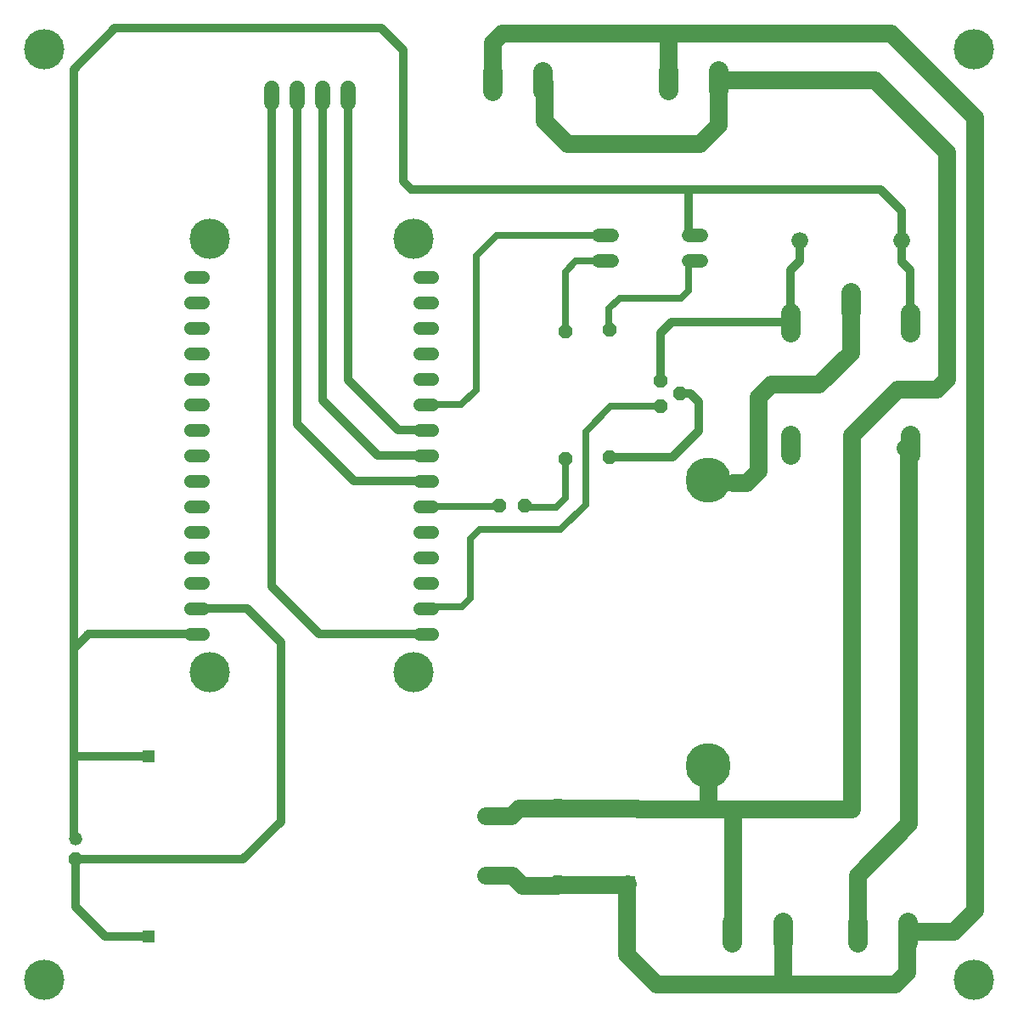
<source format=gbr>
G04 EAGLE Gerber RS-274X export*
G75*
%MOMM*%
%FSLAX34Y34*%
%LPD*%
%INBottom Copper*%
%IPPOS*%
%AMOC8*
5,1,8,0,0,1.08239X$1,22.5*%
G01*
%ADD10P,1.429621X8X292.500000*%
%ADD11C,1.676400*%
%ADD12C,1.320800*%
%ADD13C,1.308000*%
%ADD14C,4.016000*%
%ADD15C,1.508000*%
%ADD16C,1.981200*%
%ADD17P,1.429621X8X112.500000*%
%ADD18P,1.429621X8X202.500000*%
%ADD19R,1.308000X1.308000*%
%ADD20R,1.600000X1.600000*%
%ADD21C,1.600000*%
%ADD22P,2.061953X8X112.500000*%
%ADD23C,1.320800*%
%ADD24C,0.812800*%
%ADD25C,0.700000*%
%ADD26C,1.800000*%
%ADD27C,4.500000*%


D10*
X652960Y608844D03*
X672010Y621544D03*
X652960Y634244D03*
D11*
X791002Y773944D03*
X892602Y773944D03*
D12*
X603877Y779257D02*
X590669Y779257D01*
X590669Y753857D02*
X603877Y753857D01*
X680077Y753857D02*
X693285Y753857D01*
X693285Y779257D02*
X680077Y779257D01*
D10*
X602160Y685044D03*
X602160Y558044D03*
D13*
X196470Y381979D02*
X183390Y381979D01*
X183390Y407379D02*
X196470Y407379D01*
X196470Y432779D02*
X183390Y432779D01*
X183390Y458179D02*
X196470Y458179D01*
X196470Y483579D02*
X183390Y483579D01*
X183390Y508979D02*
X196470Y508979D01*
X196470Y534379D02*
X183390Y534379D01*
X183390Y559779D02*
X196470Y559779D01*
X196470Y585179D02*
X183390Y585179D01*
X183390Y610579D02*
X196470Y610579D01*
X196470Y635979D02*
X183390Y635979D01*
X183390Y661379D02*
X196470Y661379D01*
X196470Y686779D02*
X183390Y686779D01*
X183390Y712179D02*
X196470Y712179D01*
X196470Y737579D02*
X183390Y737579D01*
X411990Y381979D02*
X425070Y381979D01*
X425070Y407379D02*
X411990Y407379D01*
X411990Y432779D02*
X425070Y432779D01*
X425070Y458179D02*
X411990Y458179D01*
X411990Y483579D02*
X425070Y483579D01*
X425070Y508979D02*
X411990Y508979D01*
X411990Y534379D02*
X425070Y534379D01*
X425070Y559779D02*
X411990Y559779D01*
X411990Y585179D02*
X425070Y585179D01*
X425070Y610579D02*
X411990Y610579D01*
X411990Y635979D02*
X425070Y635979D01*
X425070Y661379D02*
X411990Y661379D01*
X411990Y686779D02*
X425070Y686779D01*
X425070Y712179D02*
X411990Y712179D01*
X411990Y737579D02*
X425070Y737579D01*
D14*
X202630Y343879D03*
X405830Y343879D03*
X405830Y775679D03*
X202630Y775679D03*
D15*
X340693Y911086D02*
X340693Y926166D01*
X315293Y926166D02*
X315293Y911086D01*
X289893Y911086D02*
X289893Y926166D01*
X264493Y926166D02*
X264493Y911086D01*
D16*
X774228Y95208D02*
X774228Y75396D01*
X723936Y75396D02*
X723936Y95208D01*
X484872Y923431D02*
X484872Y943243D01*
X535164Y943243D02*
X535164Y923431D01*
X659862Y924207D02*
X659862Y944019D01*
X710154Y944019D02*
X710154Y924207D01*
X898950Y95038D02*
X898950Y75226D01*
X848658Y75226D02*
X848658Y95038D01*
D17*
X557301Y557001D03*
X557301Y684001D03*
D18*
X517090Y510050D03*
X491690Y510050D03*
D16*
X841802Y703292D02*
X841802Y723104D01*
X782112Y702784D02*
X782112Y682972D01*
X901492Y682972D02*
X901492Y702784D01*
X901492Y580864D02*
X901492Y561052D01*
X782112Y561052D02*
X782112Y580864D01*
D19*
X477856Y200803D03*
X477856Y141803D03*
X141856Y80803D03*
X141856Y260803D03*
D20*
X619442Y133003D03*
D21*
X629442Y208003D03*
D22*
X549995Y132403D03*
X549995Y208603D03*
D10*
X69510Y157722D03*
D23*
X69510Y178042D03*
D24*
X672010Y621544D02*
X682259Y621544D01*
X690438Y613365D01*
X690438Y584346D01*
X602359Y558243D02*
X602160Y558044D01*
X664335Y558243D02*
X690438Y584346D01*
X664335Y558243D02*
X602359Y558243D01*
X141856Y80803D02*
X99062Y80803D01*
X69510Y110355D02*
X69510Y157722D01*
X69510Y110355D02*
X99062Y80803D01*
X69510Y157722D02*
X236279Y157722D01*
X273725Y195168D01*
X240490Y407379D02*
X189930Y407379D01*
X273725Y374144D02*
X273725Y195168D01*
X273725Y374144D02*
X240490Y407379D01*
X390730Y585179D02*
X418530Y585179D01*
X340693Y635216D02*
X340693Y918626D01*
X340693Y635216D02*
X390730Y585179D01*
X791002Y753925D02*
X791002Y773944D01*
X782112Y745035D02*
X782112Y692878D01*
X782112Y745035D02*
X791002Y753925D01*
X652960Y682158D02*
X652960Y634244D01*
X663680Y692878D02*
X782112Y692878D01*
X663680Y692878D02*
X652960Y682158D01*
X418530Y559779D02*
X370985Y559779D01*
X315293Y615471D02*
X315293Y918626D01*
X315293Y615471D02*
X370985Y559779D01*
X346615Y534379D02*
X418530Y534379D01*
X289893Y591101D02*
X289893Y918626D01*
X289893Y591101D02*
X346615Y534379D01*
X892602Y753288D02*
X892602Y773944D01*
X901492Y744398D02*
X901492Y692878D01*
X901492Y744398D02*
X892602Y753288D01*
X189930Y381979D02*
X82289Y381979D01*
X67482Y367172D01*
X70037Y260803D02*
X141856Y260803D01*
X70037Y260803D02*
X67482Y258248D01*
X67482Y180071D01*
X69510Y178042D01*
X67482Y258248D02*
X67482Y367172D01*
X67482Y944931D01*
X108327Y985776D02*
X373673Y985776D01*
X395654Y963795D01*
X395654Y833477D01*
X403786Y825345D01*
X108327Y985776D02*
X67482Y944931D01*
X892602Y804279D02*
X892602Y773944D01*
X892602Y804279D02*
X871536Y825345D01*
X678859Y825345D01*
X403786Y825345D01*
X678859Y825345D02*
X680077Y824127D01*
X680077Y779257D01*
D25*
X420282Y409131D02*
X418530Y407379D01*
X527838Y486257D02*
X534508Y486257D01*
X552659Y486257D01*
X577656Y511255D01*
X577656Y584172D01*
X602329Y608844D01*
X652960Y608844D01*
X527838Y486257D02*
X472296Y486257D01*
X462989Y476950D02*
X462989Y417707D01*
X454413Y409131D01*
X462989Y476950D02*
X472296Y486257D01*
X454413Y409131D02*
X420282Y409131D01*
D14*
X38100Y965200D03*
X965200Y965200D03*
X965200Y38100D03*
X38100Y38100D03*
D26*
X549995Y132403D02*
X618842Y132403D01*
X619442Y133003D01*
X504615Y141803D02*
X477856Y141803D01*
X504615Y141803D02*
X514864Y131554D01*
X549146Y131554D01*
X549995Y132403D01*
X484872Y933337D02*
X484872Y971506D01*
X494206Y980840D01*
X653841Y980840D01*
X659862Y974819D02*
X659862Y934113D01*
X659862Y974819D02*
X653841Y980840D01*
X899911Y86093D02*
X898950Y85132D01*
X899911Y86093D02*
X944773Y86093D01*
X965991Y107311D01*
X965991Y896710D01*
X881861Y980840D01*
X653841Y980840D01*
X619442Y133003D02*
X619060Y132621D01*
X619060Y62804D01*
X648218Y33645D01*
X886355Y33645D02*
X898452Y45742D01*
X898452Y84634D02*
X898950Y85132D01*
X898452Y84634D02*
X898452Y45742D01*
X773408Y33645D02*
X648218Y33645D01*
X773408Y33645D02*
X886355Y33645D01*
X774228Y34465D02*
X774228Y85302D01*
X774228Y34465D02*
X773408Y33645D01*
X901981Y570469D02*
X901492Y570958D01*
X848658Y142160D02*
X848658Y85132D01*
X848658Y142160D02*
X899963Y193465D01*
X899963Y564745D01*
X896613Y568095D01*
D24*
X418530Y381979D02*
X312102Y381979D01*
X264493Y429588D02*
X264493Y918626D01*
X264493Y429588D02*
X312102Y381979D01*
D27*
X700000Y535999D03*
X700000Y250753D03*
D25*
X602160Y685044D02*
X601148Y686055D01*
X601148Y706489D01*
X611693Y717034D01*
X672828Y717034D01*
X680077Y724283D01*
X680077Y753857D01*
X603877Y779257D02*
X488898Y779257D01*
X469129Y759488D02*
X469129Y625735D01*
X453973Y610579D01*
X418530Y610579D01*
X469129Y759488D02*
X488898Y779257D01*
X557301Y743203D02*
X557301Y684001D01*
X567954Y753857D02*
X603877Y753857D01*
X567954Y753857D02*
X557301Y743203D01*
X490619Y508979D02*
X418530Y508979D01*
X490619Y508979D02*
X491690Y510050D01*
X557301Y517569D02*
X557301Y557001D01*
X557301Y517569D02*
X548059Y508327D01*
X518813Y508327D01*
X517090Y510050D01*
D26*
X841802Y663005D02*
X841802Y713198D01*
X809984Y631187D02*
X762615Y631187D01*
X749691Y618263D01*
X749691Y544532D02*
X738012Y532854D01*
X724511Y532854D01*
X809984Y631187D02*
X841802Y663005D01*
X749691Y618263D02*
X749691Y544532D01*
X700470Y208003D02*
X629442Y208003D01*
X700470Y208003D02*
X720267Y208003D01*
X724089Y204180D01*
X724089Y85455D01*
X723936Y85302D01*
X628842Y208603D02*
X549995Y208603D01*
X628842Y208603D02*
X629442Y208003D01*
X503234Y200803D02*
X477856Y200803D01*
X511034Y208603D02*
X549995Y208603D01*
X511034Y208603D02*
X503234Y200803D01*
X536449Y932053D02*
X535164Y933337D01*
X536449Y932053D02*
X536449Y894128D01*
X559624Y870952D01*
X710154Y889516D02*
X710154Y934113D01*
X691590Y870952D02*
X559624Y870952D01*
X691590Y870952D02*
X710154Y889516D01*
X720267Y208003D02*
X843118Y208003D01*
X843118Y580829D01*
X888663Y626374D01*
X927397Y626374D01*
X937461Y636437D01*
X937461Y862477D01*
X865825Y934113D01*
X710154Y934113D01*
X700254Y208220D02*
X700470Y208003D01*
X700254Y208220D02*
X700254Y231559D01*
M02*

</source>
